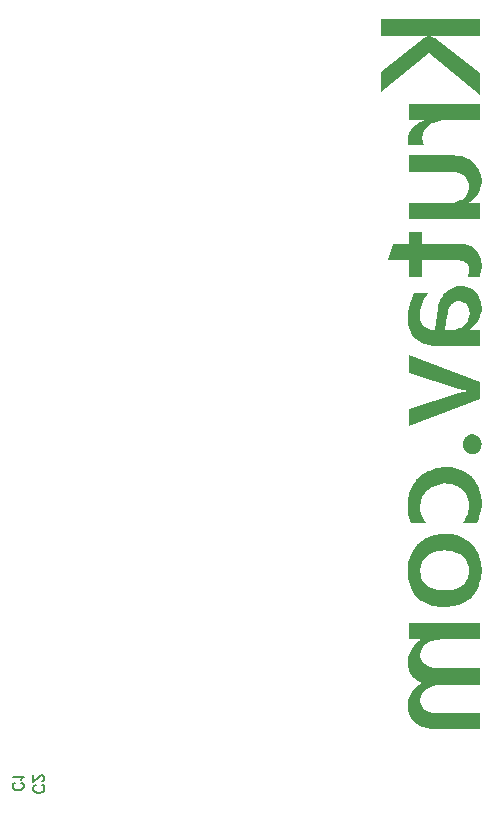
<source format=gbo>
G04*
G04 #@! TF.GenerationSoftware,Altium Limited,Altium Designer,21.5.1 (32)*
G04*
G04 Layer_Color=32896*
%FSLAX25Y25*%
%MOIN*%
G70*
G04*
G04 #@! TF.SameCoordinates,D26129CB-67A6-4236-8345-823BA6B4C65A*
G04*
G04*
G04 #@! TF.FilePolarity,Positive*
G04*
G01*
G75*
%ADD14C,0.00606*%
G36*
X399081Y283745D02*
X382810D01*
Y283628D01*
X383102Y283453D01*
X383452Y283220D01*
X383802Y282986D01*
X383860Y282870D01*
X383918D01*
X399081Y271322D01*
Y264149D01*
X381877Y278146D01*
X365956Y265140D01*
Y271731D01*
X380419Y282870D01*
X380827Y283220D01*
X381177Y283453D01*
X381410Y283570D01*
X381527Y283628D01*
Y283745D01*
X365956D01*
Y289227D01*
X399081D01*
Y283745D01*
D02*
G37*
G36*
Y255576D02*
X387767D01*
X386484Y255518D01*
X385318Y255343D01*
X384326Y255051D01*
X383452Y254760D01*
X382810Y254526D01*
X382344Y254235D01*
X382052Y254060D01*
X381935Y254001D01*
X381236Y253360D01*
X380711Y252660D01*
X380302Y252018D01*
X380069Y251377D01*
X379894Y250794D01*
X379836Y250385D01*
X379778Y250094D01*
Y249977D01*
X379836Y249336D01*
X379894Y248752D01*
X380011Y248286D01*
X380127Y247878D01*
X380302Y247586D01*
X380419Y247353D01*
X380477Y247236D01*
X380536Y247178D01*
X375462D01*
X375287Y247469D01*
X375170Y247819D01*
X375054Y248577D01*
X374995Y248869D01*
Y249394D01*
X375054Y250152D01*
X375229Y250852D01*
X375462Y251435D01*
X375695Y252018D01*
X375928Y252427D01*
X376162Y252777D01*
X376337Y253010D01*
X376395Y253068D01*
X376978Y253651D01*
X377620Y254118D01*
X378261Y254526D01*
X378844Y254876D01*
X379428Y255109D01*
X379894Y255284D01*
X380186Y255401D01*
X380244Y255459D01*
X380302D01*
Y255576D01*
X375403D01*
Y260941D01*
X399081D01*
Y255576D01*
D02*
G37*
G36*
X391325Y243737D02*
X392899Y243504D01*
X394241Y243095D01*
X395349Y242512D01*
X396340Y241929D01*
X397157Y241171D01*
X397798Y240413D01*
X398323Y239655D01*
X398790Y238896D01*
X399081Y238138D01*
X399315Y237380D01*
X399431Y236739D01*
X399548Y236214D01*
X399606Y235806D01*
Y235455D01*
X399548Y234581D01*
X399431Y233706D01*
X399198Y232948D01*
X398965Y232248D01*
X398615Y231548D01*
X398265Y230965D01*
X397857Y230440D01*
X397448Y229974D01*
X396690Y229157D01*
X395990Y228632D01*
X395757Y228399D01*
X395524Y228282D01*
X395407Y228166D01*
X395349D01*
Y228107D01*
X399081D01*
Y222742D01*
X375403D01*
Y228107D01*
X389050D01*
X390042Y228166D01*
X390975Y228341D01*
X391733Y228574D01*
X392433Y228865D01*
X392958Y229157D01*
X393366Y229390D01*
X393599Y229565D01*
X393658Y229624D01*
X394241Y230207D01*
X394649Y230848D01*
X394999Y231548D01*
X395174Y232131D01*
X395291Y232715D01*
X395349Y233123D01*
X395407Y233414D01*
Y233531D01*
X395349Y234406D01*
X395116Y235164D01*
X394824Y235806D01*
X394416Y236389D01*
X393949Y236855D01*
X393366Y237263D01*
X392841Y237613D01*
X392200Y237847D01*
X391033Y238197D01*
X390508Y238313D01*
X390042Y238430D01*
X389634D01*
X389342Y238488D01*
X389109D01*
X389050D01*
X375403D01*
Y243854D01*
X389575D01*
X390508D01*
X391325Y243737D01*
D02*
G37*
G36*
X379661Y214285D02*
X393016D01*
X394182Y214227D01*
X395174Y213994D01*
X396049Y213644D01*
X396807Y213177D01*
X397448Y212652D01*
X397973Y212069D01*
X398440Y211486D01*
X398790Y210786D01*
X399081Y210145D01*
X399256Y209561D01*
X399431Y208978D01*
X399490Y208453D01*
X399548Y207987D01*
X399606Y207637D01*
Y207345D01*
X399548Y206412D01*
X399490Y205596D01*
X399373Y204896D01*
X399198Y204313D01*
X399081Y203904D01*
X398965Y203555D01*
X398906Y203321D01*
X398848Y203263D01*
X394591D01*
X394882Y203671D01*
X395057Y204021D01*
X395291Y204779D01*
X395349Y205129D01*
X395407Y205362D01*
Y205596D01*
X395349Y206179D01*
X395291Y206704D01*
X395116Y207170D01*
X394941Y207520D01*
X394824Y207812D01*
X394649Y207987D01*
X394591Y208103D01*
X394532Y208162D01*
X394124Y208395D01*
X393658Y208570D01*
X392666Y208803D01*
X392200Y208862D01*
X391850Y208920D01*
X391616D01*
X391500D01*
X379661D01*
Y203263D01*
X375403D01*
Y208920D01*
X368405D01*
X369980Y214285D01*
X375403D01*
Y218193D01*
X379661D01*
Y214285D01*
D02*
G37*
G36*
X393833Y200347D02*
X394824Y200114D01*
X395699Y199764D01*
X396399Y199414D01*
X396982Y199064D01*
X397390Y198714D01*
X397623Y198481D01*
X397740Y198422D01*
X398382Y197606D01*
X398790Y196731D01*
X399140Y195798D01*
X399373Y194923D01*
X399490Y194165D01*
X399548Y193524D01*
X399606Y193290D01*
Y192940D01*
X399548Y192066D01*
X399431Y191249D01*
X399198Y190549D01*
X398965Y189849D01*
X398265Y188566D01*
X397507Y187575D01*
X396749Y186817D01*
X396049Y186233D01*
X395815Y186000D01*
X395582Y185883D01*
X395466Y185767D01*
X395407D01*
Y185650D01*
X399081D01*
Y180460D01*
X383685D01*
X382110Y180576D01*
X380769Y180868D01*
X379603Y181276D01*
X378611Y181860D01*
X377736Y182559D01*
X377036Y183317D01*
X376453Y184134D01*
X375987Y184950D01*
X375637Y185767D01*
X375345Y186583D01*
X375170Y187341D01*
X374995Y188041D01*
X374937Y188625D01*
X374879Y189033D01*
Y189441D01*
X374995Y191191D01*
X375229Y192882D01*
X375578Y194340D01*
X375987Y195565D01*
X376220Y196148D01*
X376395Y196614D01*
X376570Y197081D01*
X376745Y197431D01*
X376862Y197722D01*
X376978Y197898D01*
X377095Y198014D01*
Y198072D01*
X381819D01*
X381294Y197431D01*
X380827Y196789D01*
X380477Y196089D01*
X380127Y195448D01*
X379603Y194165D01*
X379253Y192999D01*
X379078Y191949D01*
X378961Y191541D01*
Y191132D01*
X378903Y190841D01*
Y190433D01*
X378961Y189616D01*
X379136Y188858D01*
X379369Y188216D01*
X379661Y187691D01*
X380069Y187225D01*
X380477Y186817D01*
X380944Y186525D01*
X381410Y186233D01*
X382344Y185883D01*
X382752Y185767D01*
X383160Y185709D01*
X383452D01*
X383685Y185650D01*
X383860D01*
X383918D01*
X384910Y192649D01*
X385201Y193990D01*
X385551Y195215D01*
X386018Y196265D01*
X386601Y197139D01*
X387184Y197898D01*
X387884Y198481D01*
X388526Y199005D01*
X389225Y199414D01*
X389925Y199764D01*
X390567Y199997D01*
X391150Y200172D01*
X391675Y200289D01*
X392083Y200347D01*
X392433Y200405D01*
X392666D01*
X392724D01*
X393833Y200347D01*
D02*
G37*
G36*
X399081Y168446D02*
Y162672D01*
X375403Y153516D01*
Y159173D01*
X392083Y164655D01*
X393133Y164947D01*
X393658Y165063D01*
X394124Y165122D01*
X394591Y165238D01*
X394882D01*
X395116Y165297D01*
X395174D01*
Y165355D01*
X394124Y165530D01*
X393541Y165647D01*
X393074Y165822D01*
X392608Y165938D01*
X392258Y165996D01*
X392025Y166113D01*
X391966D01*
X375403Y171362D01*
X375403Y177194D01*
X399081Y168446D01*
D02*
G37*
G36*
X396982Y150950D02*
X397390Y150833D01*
X397740Y150717D01*
X398090Y150483D01*
X398323Y150308D01*
X398498Y150192D01*
X398615Y150075D01*
X398673Y150017D01*
X398965Y149609D01*
X399198Y149259D01*
X399315Y148850D01*
X399431Y148500D01*
X399490Y148151D01*
X399548Y147917D01*
Y147684D01*
X399490Y147159D01*
X399431Y146693D01*
X399256Y146284D01*
X399081Y145934D01*
X398965Y145643D01*
X398790Y145468D01*
X398731Y145351D01*
X398673Y145293D01*
X398323Y144943D01*
X397973Y144710D01*
X397623Y144535D01*
X397273Y144418D01*
X396982Y144360D01*
X396749Y144301D01*
X396574D01*
X396515D01*
X396049Y144360D01*
X395640Y144476D01*
X395232Y144593D01*
X394941Y144768D01*
X394649Y145001D01*
X394474Y145118D01*
X394357Y145235D01*
X394299Y145293D01*
X394008Y145643D01*
X393774Y146051D01*
X393599Y146459D01*
X393483Y146809D01*
X393424Y147159D01*
X393366Y147451D01*
Y147684D01*
X393424Y148151D01*
X393483Y148617D01*
X393658Y149025D01*
X393833Y149375D01*
X394008Y149609D01*
X394124Y149842D01*
X394241Y149958D01*
X394299Y150017D01*
X394649Y150367D01*
X395057Y150600D01*
X395407Y150775D01*
X395757Y150891D01*
X396049Y150950D01*
X396282Y151008D01*
X396457D01*
X396515D01*
X396982Y150950D01*
D02*
G37*
G36*
X388759Y139927D02*
X389692Y139869D01*
X391383Y139461D01*
X392841Y138994D01*
X393483Y138703D01*
X394066Y138353D01*
X394591Y138061D01*
X395057Y137769D01*
X395407Y137536D01*
X395757Y137303D01*
X395990Y137070D01*
X396165Y136895D01*
X396282Y136836D01*
X396340Y136778D01*
X396924Y136137D01*
X397390Y135495D01*
X397857Y134795D01*
X398207Y134037D01*
X398790Y132637D01*
X399198Y131238D01*
X399315Y130655D01*
X399431Y130071D01*
X399490Y129546D01*
X399548Y129080D01*
X399606Y128730D01*
Y128205D01*
X399548Y126805D01*
X399373Y125522D01*
X399081Y124414D01*
X398790Y123423D01*
X398556Y122606D01*
X398265Y122023D01*
X398148Y121790D01*
X398090Y121615D01*
X398032Y121557D01*
Y121498D01*
X393366D01*
X394066Y122490D01*
X394532Y123423D01*
X394882Y124356D01*
X395174Y125172D01*
X395291Y125931D01*
X395349Y126455D01*
X395407Y126689D01*
Y126980D01*
X395291Y128205D01*
X395057Y129313D01*
X394766Y130246D01*
X394357Y131004D01*
X393949Y131646D01*
X393658Y132113D01*
X393424Y132346D01*
X393308Y132462D01*
X392433Y133162D01*
X391500Y133629D01*
X390508Y133979D01*
X389575Y134270D01*
X388759Y134387D01*
X388059Y134445D01*
X387826Y134504D01*
X387651D01*
X387534D01*
X387476D01*
X386134Y134387D01*
X384968Y134154D01*
X383918Y133804D01*
X383043Y133396D01*
X382402Y133046D01*
X381877Y132696D01*
X381585Y132462D01*
X381469Y132346D01*
X380711Y131471D01*
X380127Y130538D01*
X379719Y129605D01*
X379428Y128730D01*
X379253Y127913D01*
X379194Y127330D01*
X379136Y127097D01*
Y126747D01*
X379194Y125697D01*
X379428Y124764D01*
X379719Y123831D01*
X380069Y123073D01*
X380419Y122431D01*
X380711Y121906D01*
X380944Y121615D01*
X381002Y121498D01*
X375987D01*
X375637Y122431D01*
X375345Y123423D01*
X375170Y124356D01*
X374995Y125289D01*
X374937Y126047D01*
X374879Y126689D01*
Y127214D01*
X374937Y128263D01*
X375054Y129255D01*
X375229Y130188D01*
X375403Y131121D01*
X375695Y131938D01*
X375987Y132696D01*
X376337Y133396D01*
X376628Y134037D01*
X376978Y134562D01*
X377328Y135087D01*
X377620Y135495D01*
X377853Y135845D01*
X378086Y136137D01*
X378261Y136311D01*
X378378Y136428D01*
X378436Y136486D01*
X379136Y137128D01*
X379836Y137653D01*
X380594Y138119D01*
X381410Y138528D01*
X382169Y138819D01*
X382985Y139111D01*
X384443Y139519D01*
X385143Y139694D01*
X385785Y139811D01*
X386368Y139869D01*
X386834Y139927D01*
X387243Y139986D01*
X387592D01*
X387767D01*
X387826D01*
X388759Y139927D01*
D02*
G37*
G36*
X388526Y117649D02*
X389459Y117591D01*
X391208Y117183D01*
X392025Y116949D01*
X392724Y116658D01*
X393366Y116366D01*
X394008Y116075D01*
X394532Y115783D01*
X394999Y115491D01*
X395407Y115200D01*
X395757Y114966D01*
X395990Y114733D01*
X396165Y114558D01*
X396282Y114500D01*
X396340Y114442D01*
X396924Y113800D01*
X397390Y113100D01*
X397857Y112400D01*
X398207Y111700D01*
X398790Y110242D01*
X399198Y108843D01*
X399315Y108201D01*
X399431Y107618D01*
X399490Y107035D01*
X399548Y106627D01*
X399606Y106218D01*
Y105693D01*
X399548Y104644D01*
X399431Y103711D01*
X399315Y102778D01*
X399081Y101903D01*
X398848Y101086D01*
X398556Y100386D01*
X398207Y99687D01*
X397915Y99103D01*
X397623Y98520D01*
X397273Y98054D01*
X396982Y97645D01*
X396749Y97295D01*
X396515Y97062D01*
X396340Y96887D01*
X396282Y96771D01*
X396224Y96712D01*
X395582Y96129D01*
X394882Y95604D01*
X394124Y95138D01*
X393366Y94729D01*
X392608Y94438D01*
X391850Y94146D01*
X390450Y93738D01*
X389750Y93621D01*
X389167Y93505D01*
X388584Y93446D01*
X388117Y93388D01*
X387709Y93330D01*
X387417D01*
X387243D01*
X387184D01*
X386134Y93388D01*
X385143Y93446D01*
X384210Y93621D01*
X383335Y93796D01*
X382519Y94029D01*
X381760Y94321D01*
X381119Y94613D01*
X380477Y94904D01*
X379952Y95196D01*
X379486Y95487D01*
X379078Y95721D01*
X378728Y96012D01*
X378495Y96187D01*
X378320Y96362D01*
X378203Y96421D01*
X378145Y96479D01*
X377561Y97062D01*
X377036Y97762D01*
X376628Y98404D01*
X376278Y99103D01*
X375695Y100561D01*
X375287Y101961D01*
X375170Y102603D01*
X375054Y103186D01*
X374995Y103711D01*
X374937Y104177D01*
X374879Y104586D01*
Y105110D01*
X374937Y106160D01*
X374995Y107151D01*
X375170Y108085D01*
X375403Y108959D01*
X375637Y109776D01*
X375928Y110534D01*
X376278Y111234D01*
X376570Y111875D01*
X376862Y112459D01*
X377211Y112925D01*
X377503Y113333D01*
X377736Y113683D01*
X377970Y113975D01*
X378086Y114150D01*
X378203Y114267D01*
X378261Y114325D01*
X378903Y114908D01*
X379603Y115433D01*
X380361Y115900D01*
X381119Y116250D01*
X381877Y116599D01*
X382635Y116891D01*
X384152Y117299D01*
X384851Y117416D01*
X385493Y117533D01*
X386076Y117591D01*
X386543Y117649D01*
X386951Y117708D01*
X387243D01*
X387476D01*
X387534D01*
X388526Y117649D01*
D02*
G37*
G36*
X399081Y82541D02*
X386309D01*
X385201Y82482D01*
X384152Y82307D01*
X383277Y82074D01*
X382577Y81841D01*
X381994Y81607D01*
X381527Y81374D01*
X381294Y81199D01*
X381177Y81141D01*
X380477Y80558D01*
X380011Y79974D01*
X379661Y79391D01*
X379369Y78808D01*
X379253Y78283D01*
X379194Y77875D01*
X379136Y77642D01*
Y77525D01*
X379194Y76709D01*
X379428Y76009D01*
X379719Y75367D01*
X380186Y74842D01*
X380652Y74376D01*
X381236Y73967D01*
X381819Y73676D01*
X382460Y73443D01*
X383685Y73093D01*
X384268Y72976D01*
X384735Y72918D01*
X385143Y72859D01*
X385493D01*
X385726D01*
X385785D01*
X399081D01*
Y67494D01*
X386309D01*
X385260Y67436D01*
X384268Y67261D01*
X383393Y67027D01*
X382635Y66736D01*
X382052Y66502D01*
X381585Y66269D01*
X381352Y66094D01*
X381236Y66036D01*
X380536Y65453D01*
X380011Y64869D01*
X379661Y64228D01*
X379369Y63703D01*
X379253Y63178D01*
X379194Y62770D01*
X379136Y62537D01*
Y62420D01*
X379194Y61545D01*
X379369Y60846D01*
X379661Y60262D01*
X379952Y59737D01*
X380302Y59387D01*
X380536Y59096D01*
X380769Y58979D01*
X380827Y58921D01*
X381527Y58571D01*
X382344Y58338D01*
X383218Y58104D01*
X384093Y57988D01*
X384910Y57929D01*
X385610Y57871D01*
X385843D01*
X386018D01*
X386134D01*
X386193D01*
X399081D01*
Y52506D01*
X384501D01*
X382810Y52564D01*
X381352Y52856D01*
X380011Y53206D01*
X378961Y53730D01*
X378028Y54314D01*
X377211Y54955D01*
X376570Y55655D01*
X376103Y56413D01*
X375695Y57113D01*
X375403Y57871D01*
X375170Y58513D01*
X375054Y59096D01*
X374937Y59621D01*
X374879Y59971D01*
Y60321D01*
X374937Y61254D01*
X375112Y62129D01*
X375345Y62945D01*
X375637Y63703D01*
X375987Y64403D01*
X376453Y65044D01*
X376862Y65628D01*
X377328Y66153D01*
X377795Y66619D01*
X378203Y67027D01*
X378611Y67377D01*
X379019Y67669D01*
X379311Y67844D01*
X379544Y68019D01*
X379719Y68077D01*
X379778Y68135D01*
X378961Y68427D01*
X378261Y68835D01*
X377678Y69244D01*
X377153Y69652D01*
X376745Y70060D01*
X376453Y70410D01*
X376278Y70643D01*
X376220Y70701D01*
X375753Y71401D01*
X375462Y72101D01*
X375229Y72859D01*
X375054Y73501D01*
X374937Y74084D01*
X374879Y74551D01*
Y74959D01*
X374937Y75834D01*
X375054Y76709D01*
X375287Y77467D01*
X375578Y78167D01*
X376220Y79449D01*
X377036Y80499D01*
X377853Y81374D01*
X378203Y81666D01*
X378495Y81957D01*
X378786Y82132D01*
X379019Y82307D01*
X379136Y82366D01*
X379194Y82424D01*
Y82541D01*
X375403D01*
Y87906D01*
X399081D01*
Y82541D01*
D02*
G37*
%LPC*%
G36*
X392433Y195273D02*
X392258D01*
X392200D01*
X391441Y195215D01*
X390858Y195098D01*
X390333Y194923D01*
X389925Y194690D01*
X389634Y194457D01*
X389459Y194282D01*
X389342Y194165D01*
X389284Y194107D01*
X388992Y193640D01*
X388759Y193057D01*
X388409Y191891D01*
X388292Y191424D01*
X388234Y191016D01*
X388176Y190724D01*
Y190608D01*
X387476Y185650D01*
X389517D01*
X390450Y185709D01*
X391325Y185883D01*
X392025Y186175D01*
X392666Y186467D01*
X393191Y186758D01*
X393599Y187050D01*
X393833Y187225D01*
X393891Y187283D01*
X394474Y187925D01*
X394882Y188566D01*
X395174Y189266D01*
X395349Y189908D01*
X395466Y190433D01*
X395582Y190899D01*
Y191307D01*
X395524Y191949D01*
X395407Y192532D01*
X395291Y192999D01*
X395116Y193465D01*
X394941Y193757D01*
X394766Y194048D01*
X394707Y194165D01*
X394649Y194223D01*
X394241Y194573D01*
X393833Y194807D01*
X393424Y195040D01*
X393074Y195156D01*
X392724Y195215D01*
X392433Y195273D01*
D02*
G37*
G36*
X387767Y112225D02*
X387592D01*
X387476D01*
X387417D01*
X386076Y112167D01*
X384851Y111934D01*
X383802Y111642D01*
X382927Y111292D01*
X382227Y111001D01*
X381760Y110709D01*
X381469Y110476D01*
X381352Y110417D01*
X380594Y109659D01*
X380069Y108843D01*
X379661Y108026D01*
X379428Y107210D01*
X379253Y106510D01*
X379194Y105927D01*
X379136Y105693D01*
Y105402D01*
X379253Y104294D01*
X379486Y103302D01*
X379836Y102486D01*
X380186Y101786D01*
X380594Y101261D01*
X380944Y100853D01*
X381177Y100620D01*
X381294Y100561D01*
X382169Y99978D01*
X383102Y99570D01*
X384093Y99278D01*
X385085Y99103D01*
X385959Y98928D01*
X386659Y98870D01*
X386951D01*
X387126D01*
X387243D01*
X387301D01*
X388701Y98928D01*
X389867Y99103D01*
X390917Y99395D01*
X391791Y99687D01*
X392433Y100037D01*
X392899Y100270D01*
X393191Y100503D01*
X393308Y100561D01*
X394008Y101261D01*
X394532Y102019D01*
X394882Y102836D01*
X395116Y103594D01*
X395291Y104294D01*
X395349Y104877D01*
X395407Y105110D01*
Y105402D01*
X395291Y106510D01*
X395057Y107501D01*
X394766Y108318D01*
X394357Y109018D01*
X393949Y109601D01*
X393658Y110009D01*
X393424Y110242D01*
X393308Y110359D01*
X392433Y111001D01*
X391500Y111409D01*
X390508Y111759D01*
X389575Y111992D01*
X388701Y112109D01*
X388059Y112167D01*
X387767Y112225D01*
D02*
G37*
%LPD*%
D14*
X252921Y34025D02*
X253268Y33851D01*
X253614Y33505D01*
X253787Y33158D01*
Y32466D01*
X253614Y32119D01*
X253268Y31773D01*
X252921Y31600D01*
X252401Y31427D01*
X251536D01*
X251016Y31600D01*
X250670Y31773D01*
X250323Y32119D01*
X250150Y32466D01*
Y33158D01*
X250323Y33505D01*
X250670Y33851D01*
X251016Y34025D01*
X252921Y35219D02*
X253094D01*
X253441Y35393D01*
X253614Y35566D01*
X253787Y35912D01*
Y36605D01*
X253614Y36951D01*
X253441Y37125D01*
X253094Y37298D01*
X252748D01*
X252401Y37125D01*
X251882Y36778D01*
X250150Y35046D01*
Y37471D01*
X246031Y34804D02*
X246378Y34631D01*
X246724Y34284D01*
X246897Y33938D01*
Y33245D01*
X246724Y32899D01*
X246378Y32552D01*
X246031Y32379D01*
X245512Y32206D01*
X244646D01*
X244126Y32379D01*
X243780Y32552D01*
X243433Y32899D01*
X243260Y33245D01*
Y33938D01*
X243433Y34284D01*
X243780Y34631D01*
X244126Y34804D01*
X246204Y35826D02*
X246378Y36172D01*
X246897Y36692D01*
X243260D01*
M02*

</source>
